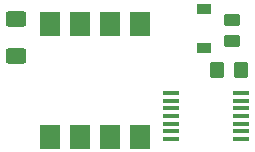
<source format=gbr>
%TF.GenerationSoftware,KiCad,Pcbnew,(6.0.9)*%
%TF.CreationDate,2022-11-13T21:00:24-06:00*%
%TF.ProjectId,melodyous-micro,6d656c6f-6479-46f7-9573-2d6d6963726f,rev?*%
%TF.SameCoordinates,Original*%
%TF.FileFunction,Paste,Top*%
%TF.FilePolarity,Positive*%
%FSLAX46Y46*%
G04 Gerber Fmt 4.6, Leading zero omitted, Abs format (unit mm)*
G04 Created by KiCad (PCBNEW (6.0.9)) date 2022-11-13 21:00:24*
%MOMM*%
%LPD*%
G01*
G04 APERTURE LIST*
G04 Aperture macros list*
%AMRoundRect*
0 Rectangle with rounded corners*
0 $1 Rounding radius*
0 $2 $3 $4 $5 $6 $7 $8 $9 X,Y pos of 4 corners*
0 Add a 4 corners polygon primitive as box body*
4,1,4,$2,$3,$4,$5,$6,$7,$8,$9,$2,$3,0*
0 Add four circle primitives for the rounded corners*
1,1,$1+$1,$2,$3*
1,1,$1+$1,$4,$5*
1,1,$1+$1,$6,$7*
1,1,$1+$1,$8,$9*
0 Add four rect primitives between the rounded corners*
20,1,$1+$1,$2,$3,$4,$5,0*
20,1,$1+$1,$4,$5,$6,$7,0*
20,1,$1+$1,$6,$7,$8,$9,0*
20,1,$1+$1,$8,$9,$2,$3,0*%
G04 Aperture macros list end*
%ADD10R,1.200000X0.900000*%
%ADD11R,1.450000X0.450000*%
%ADD12RoundRect,0.250000X-0.350000X-0.450000X0.350000X-0.450000X0.350000X0.450000X-0.350000X0.450000X0*%
%ADD13R,1.780000X2.000000*%
%ADD14RoundRect,0.250000X-0.625000X0.400000X-0.625000X-0.400000X0.625000X-0.400000X0.625000X0.400000X0*%
%ADD15RoundRect,0.250000X0.450000X-0.262500X0.450000X0.262500X-0.450000X0.262500X-0.450000X-0.262500X0*%
G04 APERTURE END LIST*
D10*
%TO.C,D1*%
X130770000Y-67909998D03*
X130770000Y-71209998D03*
%TD*%
D11*
%TO.C,MCP42010*%
X133860000Y-78940000D03*
X133860000Y-78290000D03*
X133860000Y-77640000D03*
X133860000Y-76990000D03*
X133860000Y-76340000D03*
X133860000Y-75690000D03*
X133860000Y-75040000D03*
X127960000Y-75040000D03*
X127960000Y-75690000D03*
X127960000Y-76340000D03*
X127960000Y-76990000D03*
X127960000Y-77640000D03*
X127960000Y-78290000D03*
X127960000Y-78940000D03*
%TD*%
D12*
%TO.C,R1*%
X133840000Y-73060000D03*
X131840000Y-73060000D03*
%TD*%
D13*
%TO.C,ISOLATOR1*%
X117690000Y-69205000D03*
X120230000Y-69205000D03*
X122770000Y-69205000D03*
X125310000Y-69205000D03*
X125310000Y-78735000D03*
X122770000Y-78735000D03*
X120230000Y-78735000D03*
X117690000Y-78735000D03*
%TD*%
D14*
%TO.C,R2*%
X114850000Y-71920000D03*
X114850000Y-68820000D03*
%TD*%
D15*
%TO.C,R3*%
X133100000Y-68855000D03*
X133100000Y-70680000D03*
%TD*%
M02*

</source>
